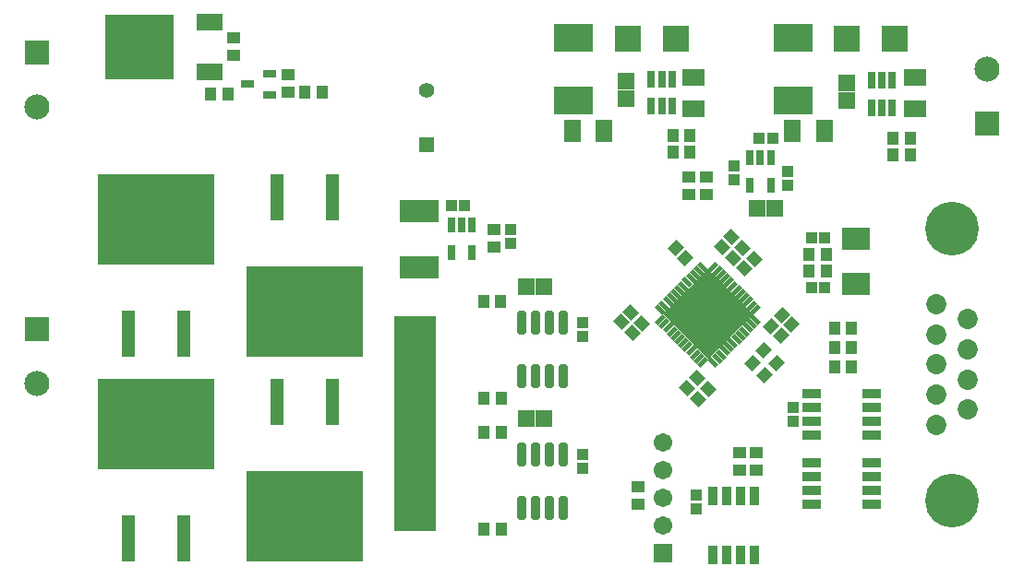
<source format=gbr>
%TF.GenerationSoftware,Altium Limited,Altium Designer,24.6.1 (21)*%
G04 Layer_Color=8388736*
%FSLAX45Y45*%
%MOMM*%
%TF.SameCoordinates,FD53202A-208C-403B-AAB2-15DF5564725B*%
%TF.FilePolarity,Negative*%
%TF.FileFunction,Soldermask,Top*%
%TF.Part,Single*%
G01*
G75*
%TA.AperFunction,SMDPad,CuDef*%
%ADD60R,3.55320X2.60320*%
%ADD61R,1.50320X1.60320*%
%ADD62R,3.60320X2.00320*%
G04:AMPARAMS|DCode=63|XSize=1.1032mm|YSize=1.0032mm|CornerRadius=0mm|HoleSize=0mm|Usage=FLASHONLY|Rotation=225.000|XOffset=0mm|YOffset=0mm|HoleType=Round|Shape=Rectangle|*
%AMROTATEDRECTD63*
4,1,4,0.03535,0.74473,0.74473,0.03535,-0.03535,-0.74473,-0.74473,-0.03535,0.03535,0.74473,0.0*
%
%ADD63ROTATEDRECTD63*%

G04:AMPARAMS|DCode=64|XSize=1.0732mm|YSize=0.4732mm|CornerRadius=0.13535mm|HoleSize=0mm|Usage=FLASHONLY|Rotation=315.000|XOffset=0mm|YOffset=0mm|HoleType=Round|Shape=RoundedRectangle|*
%AMROUNDEDRECTD64*
21,1,1.07320,0.20250,0,0,315.0*
21,1,0.80250,0.47320,0,0,315.0*
1,1,0.27070,0.21213,-0.35532*
1,1,0.27070,-0.35532,0.21213*
1,1,0.27070,-0.21213,0.35532*
1,1,0.27070,0.35532,-0.21213*
%
%ADD64ROUNDEDRECTD64*%
G04:AMPARAMS|DCode=65|XSize=1.0732mm|YSize=0.4732mm|CornerRadius=0.13535mm|HoleSize=0mm|Usage=FLASHONLY|Rotation=225.000|XOffset=0mm|YOffset=0mm|HoleType=Round|Shape=RoundedRectangle|*
%AMROUNDEDRECTD65*
21,1,1.07320,0.20250,0,0,225.0*
21,1,0.80250,0.47320,0,0,225.0*
1,1,0.27070,-0.35532,-0.21213*
1,1,0.27070,0.21213,0.35532*
1,1,0.27070,0.35532,0.21213*
1,1,0.27070,-0.21213,-0.35532*
%
%ADD65ROUNDEDRECTD65*%
%ADD66P,8.20696X4X270.0*%
G04:AMPARAMS|DCode=67|XSize=1.1032mm|YSize=1.0032mm|CornerRadius=0mm|HoleSize=0mm|Usage=FLASHONLY|Rotation=315.000|XOffset=0mm|YOffset=0mm|HoleType=Round|Shape=Rectangle|*
%AMROTATEDRECTD67*
4,1,4,-0.74473,0.03535,-0.03535,0.74473,0.74473,-0.03535,0.03535,-0.74473,-0.74473,0.03535,0.0*
%
%ADD67ROTATEDRECTD67*%

G04:AMPARAMS|DCode=68|XSize=1.1532mm|YSize=1.0532mm|CornerRadius=0mm|HoleSize=0mm|Usage=FLASHONLY|Rotation=45.000|XOffset=0mm|YOffset=0mm|HoleType=Round|Shape=Rectangle|*
%AMROTATEDRECTD68*
4,1,4,-0.03535,-0.78008,-0.78008,-0.03535,0.03535,0.78008,0.78008,0.03535,-0.03535,-0.78008,0.0*
%
%ADD68ROTATEDRECTD68*%

%ADD69R,1.10320X1.15320*%
%ADD70R,1.72820X0.85320*%
%ADD71R,1.00320X1.10320*%
%ADD72R,1.10320X1.00320*%
%ADD73R,1.15320X1.05320*%
%ADD74R,0.80320X1.40320*%
%ADD75R,2.40320X2.35320*%
%ADD76R,1.60320X1.50320*%
%ADD77R,0.80320X1.50320*%
%ADD78R,1.50320X2.00320*%
%ADD79R,2.00320X1.50320*%
%ADD80R,1.05320X1.15320*%
%ADD81R,2.60320X2.10320*%
G04:AMPARAMS|DCode=82|XSize=2.1732mm|YSize=0.8032mm|CornerRadius=0.1766mm|HoleSize=0mm|Usage=FLASHONLY|Rotation=270.000|XOffset=0mm|YOffset=0mm|HoleType=Round|Shape=RoundedRectangle|*
%AMROUNDEDRECTD82*
21,1,2.17320,0.45000,0,0,270.0*
21,1,1.82000,0.80320,0,0,270.0*
1,1,0.35320,-0.22500,-0.91000*
1,1,0.35320,-0.22500,0.91000*
1,1,0.35320,0.22500,0.91000*
1,1,0.35320,0.22500,-0.91000*
%
%ADD82ROUNDEDRECTD82*%
%ADD83R,10.68320X8.32320*%
%ADD84R,1.14320X4.25320*%
%ADD85R,2.48920X1.60020*%
%ADD86R,6.38320X5.89320*%
%ADD87R,1.20320X0.80320*%
%ADD88R,0.85320X1.72820*%
%TA.AperFunction,ComponentPad*%
%ADD89C,2.30320*%
%ADD90R,2.30320X2.30320*%
%ADD91C,1.40320*%
%ADD92R,1.40320X1.40320*%
%ADD93C,1.85320*%
%ADD94C,4.92820*%
%ADD95C,1.70320*%
%ADD96R,1.70320X1.70320*%
G36*
X6438900Y7531100D02*
X6057900D01*
Y9499600D01*
X6438900D01*
Y7531100D01*
D02*
G37*
D60*
X9715500Y11482900D02*
D03*
Y12062900D02*
D03*
X7696200Y11482900D02*
D03*
Y12062900D02*
D03*
D61*
X7432061Y8565782D02*
D03*
X7272061D02*
D03*
X7432061Y9772282D02*
D03*
X7272061D02*
D03*
X9385300Y10490200D02*
D03*
X9545300D02*
D03*
D62*
X6286500Y10470800D02*
D03*
Y9950800D02*
D03*
D63*
X8638481Y10127994D02*
D03*
X8726869Y10039606D02*
D03*
X9513163Y9412063D02*
D03*
X9601551Y9323675D02*
D03*
X9702288Y9423912D02*
D03*
X9613900Y9512300D02*
D03*
D64*
X8886501Y9953032D02*
D03*
X8851146Y9917677D02*
D03*
X8815791Y9882321D02*
D03*
X8780435Y9846966D02*
D03*
X8745080Y9811611D02*
D03*
X8709725Y9776255D02*
D03*
X8674369Y9740900D02*
D03*
X8639014Y9705544D02*
D03*
X8603659Y9670189D02*
D03*
X8568303Y9634834D02*
D03*
X8532948Y9599478D02*
D03*
X8497593Y9564123D02*
D03*
X8982668Y9079048D02*
D03*
X9018023Y9114403D02*
D03*
X9053379Y9149759D02*
D03*
X9088734Y9185114D02*
D03*
X9124089Y9220469D02*
D03*
X9159445Y9255825D02*
D03*
X9194800Y9291180D02*
D03*
X9230155Y9326535D02*
D03*
X9265511Y9361891D02*
D03*
X9300866Y9397246D02*
D03*
X9336221Y9432601D02*
D03*
X9371577Y9467956D02*
D03*
D65*
Y9564123D02*
D03*
X9336221Y9599478D02*
D03*
X9300866Y9634834D02*
D03*
X9265511Y9670189D02*
D03*
X9230155Y9705544D02*
D03*
X9194800Y9740900D02*
D03*
X9159445Y9776255D02*
D03*
X9124089Y9811611D02*
D03*
X9088734Y9846966D02*
D03*
X9053379Y9882321D02*
D03*
X9018023Y9917677D02*
D03*
X8982668Y9953032D02*
D03*
X8497593Y9467956D02*
D03*
X8532948Y9432601D02*
D03*
X8568303Y9397246D02*
D03*
X8603659Y9361891D02*
D03*
X8639014Y9326535D02*
D03*
X8674369Y9291180D02*
D03*
X8709725Y9255825D02*
D03*
X8745080Y9220469D02*
D03*
X8780435Y9185114D02*
D03*
X8815791Y9149759D02*
D03*
X8851146Y9114403D02*
D03*
X8886501Y9079048D02*
D03*
D66*
X8934585Y9516040D02*
D03*
D67*
X9355820Y10027292D02*
D03*
X9267432Y9938904D02*
D03*
X9061706Y10141206D02*
D03*
X9150094Y10229594D02*
D03*
X9163306Y10039606D02*
D03*
X9251694Y10127994D02*
D03*
X8832594Y8934194D02*
D03*
X8744206Y8845806D02*
D03*
X8934194Y8832594D02*
D03*
X8845806Y8744206D02*
D03*
X8330944Y9435844D02*
D03*
X8242556Y9347456D02*
D03*
X8229083Y9536449D02*
D03*
X8140694Y9448060D02*
D03*
D68*
X9455803Y8960445D02*
D03*
X9342666Y9073582D02*
D03*
X9448193Y9185960D02*
D03*
X9561330Y9072822D02*
D03*
D69*
X10252700Y9037049D02*
D03*
X10092700D02*
D03*
X10252700Y9214849D02*
D03*
X10092700D02*
D03*
X10252700Y9392649D02*
D03*
X10092700D02*
D03*
D70*
X9888800Y8788400D02*
D03*
Y8661400D02*
D03*
Y8534400D02*
D03*
Y8407400D02*
D03*
X10431200D02*
D03*
Y8534400D02*
D03*
Y8661400D02*
D03*
Y8788400D02*
D03*
X9888800Y8153400D02*
D03*
Y8026400D02*
D03*
Y7899400D02*
D03*
Y7772400D02*
D03*
X10431200D02*
D03*
Y7899400D02*
D03*
Y8026400D02*
D03*
Y8153400D02*
D03*
D71*
X9881600Y9766300D02*
D03*
X10006600D02*
D03*
X9402421Y11137900D02*
D03*
X9527421D02*
D03*
X9881290Y10219060D02*
D03*
X10006290D02*
D03*
X6704600Y10515600D02*
D03*
X6579600D02*
D03*
D72*
X9715500Y8535400D02*
D03*
Y8660400D02*
D03*
X9172821Y10883900D02*
D03*
Y10758900D02*
D03*
X9664700Y10832100D02*
D03*
Y10707100D02*
D03*
X7785099Y8233545D02*
D03*
Y8108545D02*
D03*
Y9439984D02*
D03*
Y9314984D02*
D03*
X7124700Y10299700D02*
D03*
Y10174700D02*
D03*
X8827109Y7855483D02*
D03*
Y7730483D02*
D03*
D73*
X9220200Y8249900D02*
D03*
Y8089900D02*
D03*
X9372600Y8249900D02*
D03*
Y8089900D02*
D03*
X8760700Y10618400D02*
D03*
Y10778400D02*
D03*
X8917700Y10621100D02*
D03*
Y10781100D02*
D03*
X5082300Y11720900D02*
D03*
Y11560900D02*
D03*
X4582716Y11898363D02*
D03*
Y12058363D02*
D03*
X6974600Y10298500D02*
D03*
Y10138500D02*
D03*
X8290800Y7933600D02*
D03*
Y7773600D02*
D03*
D74*
X9509121Y10708100D02*
D03*
X9319121D02*
D03*
Y10958100D02*
D03*
X9414121D02*
D03*
X9509121D02*
D03*
X6770471Y10338128D02*
D03*
X6675471D02*
D03*
X6580471D02*
D03*
Y10088128D02*
D03*
X6770471D02*
D03*
D75*
X8640100Y12052300D02*
D03*
X8200100D02*
D03*
X10206700D02*
D03*
X10646700D02*
D03*
D76*
X10204082Y11484859D02*
D03*
Y11644859D02*
D03*
X8184782Y11657559D02*
D03*
Y11497559D02*
D03*
D77*
X10433300Y11669300D02*
D03*
X10528300D02*
D03*
X10623300D02*
D03*
Y11419300D02*
D03*
X10528300D02*
D03*
X10433300D02*
D03*
X8414000Y11432000D02*
D03*
X8509000D02*
D03*
X8604000D02*
D03*
Y11682000D02*
D03*
X8509000D02*
D03*
X8414000D02*
D03*
D78*
X9710200Y11201400D02*
D03*
X10000200D02*
D03*
X7980900D02*
D03*
X7690900D02*
D03*
D79*
X8801100Y11406700D02*
D03*
Y11696700D02*
D03*
X10833100D02*
D03*
Y11406700D02*
D03*
D80*
X8770600Y11163300D02*
D03*
X8610600D02*
D03*
Y11010900D02*
D03*
X8770600D02*
D03*
X10630955Y10983217D02*
D03*
X10790955D02*
D03*
X10627055Y11137917D02*
D03*
X10787055D02*
D03*
X10019100Y9916400D02*
D03*
X9859100D02*
D03*
X10019100Y10068800D02*
D03*
X9859100D02*
D03*
X6875942Y7545134D02*
D03*
X7035942D02*
D03*
X6875942Y8435100D02*
D03*
X7035942D02*
D03*
X6874954Y9636922D02*
D03*
X7034954D02*
D03*
X6875942Y8752600D02*
D03*
X7035942D02*
D03*
X4370000Y11546600D02*
D03*
X4530000D02*
D03*
X5233600Y11559300D02*
D03*
X5393600D02*
D03*
D81*
X10287000Y9802600D02*
D03*
Y10212600D02*
D03*
D82*
X7607300Y8233663D02*
D03*
X7480300D02*
D03*
X7353300D02*
D03*
X7226300D02*
D03*
Y7739663D02*
D03*
X7353300D02*
D03*
X7480300D02*
D03*
X7607300D02*
D03*
Y9441800D02*
D03*
X7480300D02*
D03*
X7353300D02*
D03*
X7226300D02*
D03*
Y8947800D02*
D03*
X7353300D02*
D03*
X7480300D02*
D03*
X7607300D02*
D03*
D83*
X5232400Y7666400D02*
D03*
Y9546000D02*
D03*
X3873500Y10392500D02*
D03*
Y8512900D02*
D03*
D84*
X4978400Y8716400D02*
D03*
X5486400D02*
D03*
X4978400Y10596000D02*
D03*
X5486400D02*
D03*
X4127500Y9342500D02*
D03*
X3619500D02*
D03*
X4127500Y7462900D02*
D03*
X3619500D02*
D03*
D85*
X4364600Y11747500D02*
D03*
Y12204700D02*
D03*
D86*
X3721100Y11976100D02*
D03*
D87*
X4911700Y11538200D02*
D03*
Y11728200D02*
D03*
X4711700Y11633200D02*
D03*
D88*
X8977808Y7853099D02*
D03*
X9104808D02*
D03*
X9231808D02*
D03*
X9358808D02*
D03*
Y7310699D02*
D03*
X9231808D02*
D03*
X9104808D02*
D03*
X8977808D02*
D03*
D89*
X11493500Y11768900D02*
D03*
X2781300Y11421300D02*
D03*
Y8881300D02*
D03*
D90*
X11493500Y11268900D02*
D03*
X2781300Y11921300D02*
D03*
Y9381300D02*
D03*
D91*
X6350000Y11578400D02*
D03*
D92*
Y11078400D02*
D03*
D93*
X11031700Y9612700D02*
D03*
Y9335700D02*
D03*
Y9058700D02*
D03*
Y8781700D02*
D03*
Y8504700D02*
D03*
X11315700Y9474200D02*
D03*
Y9197200D02*
D03*
Y8920200D02*
D03*
Y8643200D02*
D03*
D94*
X11173700Y10308200D02*
D03*
Y7809200D02*
D03*
D95*
X8521700Y8343900D02*
D03*
Y8089900D02*
D03*
Y7835900D02*
D03*
Y7581900D02*
D03*
D96*
Y7327900D02*
D03*
%TF.MD5,6fa5c673ead0c3e911e5eb389ad253a8*%
M02*

</source>
